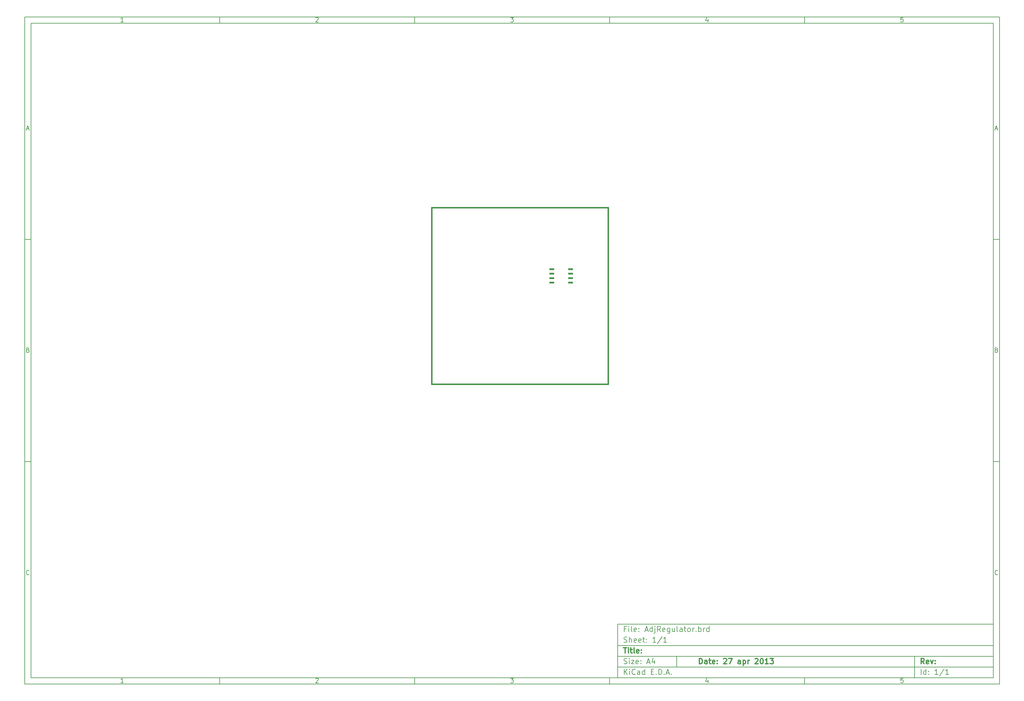
<source format=gbp>
G04 (created by PCBNEW-RS274X (2012-apr-16-27)-stable) date Sat 27 Apr 2013 17:01:59 BST*
G01*
G70*
G90*
%MOIN*%
G04 Gerber Fmt 3.4, Leading zero omitted, Abs format*
%FSLAX34Y34*%
G04 APERTURE LIST*
%ADD10C,0.006000*%
%ADD11C,0.012000*%
%ADD12C,0.015000*%
%ADD13R,0.055100X0.023600*%
G04 APERTURE END LIST*
G54D10*
X04000Y-04000D02*
X113000Y-04000D01*
X113000Y-78670D01*
X04000Y-78670D01*
X04000Y-04000D01*
X04700Y-04700D02*
X112300Y-04700D01*
X112300Y-77970D01*
X04700Y-77970D01*
X04700Y-04700D01*
X25800Y-04000D02*
X25800Y-04700D01*
X15043Y-04552D02*
X14757Y-04552D01*
X14900Y-04552D02*
X14900Y-04052D01*
X14852Y-04124D01*
X14805Y-04171D01*
X14757Y-04195D01*
X25800Y-78670D02*
X25800Y-77970D01*
X15043Y-78522D02*
X14757Y-78522D01*
X14900Y-78522D02*
X14900Y-78022D01*
X14852Y-78094D01*
X14805Y-78141D01*
X14757Y-78165D01*
X47600Y-04000D02*
X47600Y-04700D01*
X36557Y-04100D02*
X36581Y-04076D01*
X36629Y-04052D01*
X36748Y-04052D01*
X36795Y-04076D01*
X36819Y-04100D01*
X36843Y-04148D01*
X36843Y-04195D01*
X36819Y-04267D01*
X36533Y-04552D01*
X36843Y-04552D01*
X47600Y-78670D02*
X47600Y-77970D01*
X36557Y-78070D02*
X36581Y-78046D01*
X36629Y-78022D01*
X36748Y-78022D01*
X36795Y-78046D01*
X36819Y-78070D01*
X36843Y-78118D01*
X36843Y-78165D01*
X36819Y-78237D01*
X36533Y-78522D01*
X36843Y-78522D01*
X69400Y-04000D02*
X69400Y-04700D01*
X58333Y-04052D02*
X58643Y-04052D01*
X58476Y-04243D01*
X58548Y-04243D01*
X58595Y-04267D01*
X58619Y-04290D01*
X58643Y-04338D01*
X58643Y-04457D01*
X58619Y-04505D01*
X58595Y-04529D01*
X58548Y-04552D01*
X58405Y-04552D01*
X58357Y-04529D01*
X58333Y-04505D01*
X69400Y-78670D02*
X69400Y-77970D01*
X58333Y-78022D02*
X58643Y-78022D01*
X58476Y-78213D01*
X58548Y-78213D01*
X58595Y-78237D01*
X58619Y-78260D01*
X58643Y-78308D01*
X58643Y-78427D01*
X58619Y-78475D01*
X58595Y-78499D01*
X58548Y-78522D01*
X58405Y-78522D01*
X58357Y-78499D01*
X58333Y-78475D01*
X91200Y-04000D02*
X91200Y-04700D01*
X80395Y-04219D02*
X80395Y-04552D01*
X80276Y-04029D02*
X80157Y-04386D01*
X80467Y-04386D01*
X91200Y-78670D02*
X91200Y-77970D01*
X80395Y-78189D02*
X80395Y-78522D01*
X80276Y-77999D02*
X80157Y-78356D01*
X80467Y-78356D01*
X102219Y-04052D02*
X101981Y-04052D01*
X101957Y-04290D01*
X101981Y-04267D01*
X102029Y-04243D01*
X102148Y-04243D01*
X102195Y-04267D01*
X102219Y-04290D01*
X102243Y-04338D01*
X102243Y-04457D01*
X102219Y-04505D01*
X102195Y-04529D01*
X102148Y-04552D01*
X102029Y-04552D01*
X101981Y-04529D01*
X101957Y-04505D01*
X102219Y-78022D02*
X101981Y-78022D01*
X101957Y-78260D01*
X101981Y-78237D01*
X102029Y-78213D01*
X102148Y-78213D01*
X102195Y-78237D01*
X102219Y-78260D01*
X102243Y-78308D01*
X102243Y-78427D01*
X102219Y-78475D01*
X102195Y-78499D01*
X102148Y-78522D01*
X102029Y-78522D01*
X101981Y-78499D01*
X101957Y-78475D01*
X04000Y-28890D02*
X04700Y-28890D01*
X04231Y-16510D02*
X04469Y-16510D01*
X04184Y-16652D02*
X04350Y-16152D01*
X04517Y-16652D01*
X113000Y-28890D02*
X112300Y-28890D01*
X112531Y-16510D02*
X112769Y-16510D01*
X112484Y-16652D02*
X112650Y-16152D01*
X112817Y-16652D01*
X04000Y-53780D02*
X04700Y-53780D01*
X04386Y-41280D02*
X04457Y-41304D01*
X04481Y-41328D01*
X04505Y-41376D01*
X04505Y-41447D01*
X04481Y-41495D01*
X04457Y-41519D01*
X04410Y-41542D01*
X04219Y-41542D01*
X04219Y-41042D01*
X04386Y-41042D01*
X04433Y-41066D01*
X04457Y-41090D01*
X04481Y-41138D01*
X04481Y-41185D01*
X04457Y-41233D01*
X04433Y-41257D01*
X04386Y-41280D01*
X04219Y-41280D01*
X113000Y-53780D02*
X112300Y-53780D01*
X112686Y-41280D02*
X112757Y-41304D01*
X112781Y-41328D01*
X112805Y-41376D01*
X112805Y-41447D01*
X112781Y-41495D01*
X112757Y-41519D01*
X112710Y-41542D01*
X112519Y-41542D01*
X112519Y-41042D01*
X112686Y-41042D01*
X112733Y-41066D01*
X112757Y-41090D01*
X112781Y-41138D01*
X112781Y-41185D01*
X112757Y-41233D01*
X112733Y-41257D01*
X112686Y-41280D01*
X112519Y-41280D01*
X04505Y-66385D02*
X04481Y-66409D01*
X04410Y-66432D01*
X04362Y-66432D01*
X04290Y-66409D01*
X04243Y-66361D01*
X04219Y-66313D01*
X04195Y-66218D01*
X04195Y-66147D01*
X04219Y-66051D01*
X04243Y-66004D01*
X04290Y-65956D01*
X04362Y-65932D01*
X04410Y-65932D01*
X04481Y-65956D01*
X04505Y-65980D01*
X112805Y-66385D02*
X112781Y-66409D01*
X112710Y-66432D01*
X112662Y-66432D01*
X112590Y-66409D01*
X112543Y-66361D01*
X112519Y-66313D01*
X112495Y-66218D01*
X112495Y-66147D01*
X112519Y-66051D01*
X112543Y-66004D01*
X112590Y-65956D01*
X112662Y-65932D01*
X112710Y-65932D01*
X112781Y-65956D01*
X112805Y-65980D01*
G54D11*
X79443Y-76413D02*
X79443Y-75813D01*
X79586Y-75813D01*
X79671Y-75841D01*
X79729Y-75899D01*
X79757Y-75956D01*
X79786Y-76070D01*
X79786Y-76156D01*
X79757Y-76270D01*
X79729Y-76327D01*
X79671Y-76384D01*
X79586Y-76413D01*
X79443Y-76413D01*
X80300Y-76413D02*
X80300Y-76099D01*
X80271Y-76041D01*
X80214Y-76013D01*
X80100Y-76013D01*
X80043Y-76041D01*
X80300Y-76384D02*
X80243Y-76413D01*
X80100Y-76413D01*
X80043Y-76384D01*
X80014Y-76327D01*
X80014Y-76270D01*
X80043Y-76213D01*
X80100Y-76184D01*
X80243Y-76184D01*
X80300Y-76156D01*
X80500Y-76013D02*
X80729Y-76013D01*
X80586Y-75813D02*
X80586Y-76327D01*
X80614Y-76384D01*
X80672Y-76413D01*
X80729Y-76413D01*
X81157Y-76384D02*
X81100Y-76413D01*
X80986Y-76413D01*
X80929Y-76384D01*
X80900Y-76327D01*
X80900Y-76099D01*
X80929Y-76041D01*
X80986Y-76013D01*
X81100Y-76013D01*
X81157Y-76041D01*
X81186Y-76099D01*
X81186Y-76156D01*
X80900Y-76213D01*
X81443Y-76356D02*
X81471Y-76384D01*
X81443Y-76413D01*
X81414Y-76384D01*
X81443Y-76356D01*
X81443Y-76413D01*
X81443Y-76041D02*
X81471Y-76070D01*
X81443Y-76099D01*
X81414Y-76070D01*
X81443Y-76041D01*
X81443Y-76099D01*
X82157Y-75870D02*
X82186Y-75841D01*
X82243Y-75813D01*
X82386Y-75813D01*
X82443Y-75841D01*
X82472Y-75870D01*
X82500Y-75927D01*
X82500Y-75984D01*
X82472Y-76070D01*
X82129Y-76413D01*
X82500Y-76413D01*
X82700Y-75813D02*
X83100Y-75813D01*
X82843Y-76413D01*
X84042Y-76413D02*
X84042Y-76099D01*
X84013Y-76041D01*
X83956Y-76013D01*
X83842Y-76013D01*
X83785Y-76041D01*
X84042Y-76384D02*
X83985Y-76413D01*
X83842Y-76413D01*
X83785Y-76384D01*
X83756Y-76327D01*
X83756Y-76270D01*
X83785Y-76213D01*
X83842Y-76184D01*
X83985Y-76184D01*
X84042Y-76156D01*
X84328Y-76013D02*
X84328Y-76613D01*
X84328Y-76041D02*
X84385Y-76013D01*
X84499Y-76013D01*
X84556Y-76041D01*
X84585Y-76070D01*
X84614Y-76127D01*
X84614Y-76299D01*
X84585Y-76356D01*
X84556Y-76384D01*
X84499Y-76413D01*
X84385Y-76413D01*
X84328Y-76384D01*
X84871Y-76413D02*
X84871Y-76013D01*
X84871Y-76127D02*
X84899Y-76070D01*
X84928Y-76041D01*
X84985Y-76013D01*
X85042Y-76013D01*
X85670Y-75870D02*
X85699Y-75841D01*
X85756Y-75813D01*
X85899Y-75813D01*
X85956Y-75841D01*
X85985Y-75870D01*
X86013Y-75927D01*
X86013Y-75984D01*
X85985Y-76070D01*
X85642Y-76413D01*
X86013Y-76413D01*
X86384Y-75813D02*
X86441Y-75813D01*
X86498Y-75841D01*
X86527Y-75870D01*
X86556Y-75927D01*
X86584Y-76041D01*
X86584Y-76184D01*
X86556Y-76299D01*
X86527Y-76356D01*
X86498Y-76384D01*
X86441Y-76413D01*
X86384Y-76413D01*
X86327Y-76384D01*
X86298Y-76356D01*
X86270Y-76299D01*
X86241Y-76184D01*
X86241Y-76041D01*
X86270Y-75927D01*
X86298Y-75870D01*
X86327Y-75841D01*
X86384Y-75813D01*
X87155Y-76413D02*
X86812Y-76413D01*
X86984Y-76413D02*
X86984Y-75813D01*
X86927Y-75899D01*
X86869Y-75956D01*
X86812Y-75984D01*
X87355Y-75813D02*
X87726Y-75813D01*
X87526Y-76041D01*
X87612Y-76041D01*
X87669Y-76070D01*
X87698Y-76099D01*
X87726Y-76156D01*
X87726Y-76299D01*
X87698Y-76356D01*
X87669Y-76384D01*
X87612Y-76413D01*
X87440Y-76413D01*
X87383Y-76384D01*
X87355Y-76356D01*
G54D10*
X71043Y-77613D02*
X71043Y-77013D01*
X71386Y-77613D02*
X71129Y-77270D01*
X71386Y-77013D02*
X71043Y-77356D01*
X71643Y-77613D02*
X71643Y-77213D01*
X71643Y-77013D02*
X71614Y-77041D01*
X71643Y-77070D01*
X71671Y-77041D01*
X71643Y-77013D01*
X71643Y-77070D01*
X72272Y-77556D02*
X72243Y-77584D01*
X72157Y-77613D01*
X72100Y-77613D01*
X72015Y-77584D01*
X71957Y-77527D01*
X71929Y-77470D01*
X71900Y-77356D01*
X71900Y-77270D01*
X71929Y-77156D01*
X71957Y-77099D01*
X72015Y-77041D01*
X72100Y-77013D01*
X72157Y-77013D01*
X72243Y-77041D01*
X72272Y-77070D01*
X72786Y-77613D02*
X72786Y-77299D01*
X72757Y-77241D01*
X72700Y-77213D01*
X72586Y-77213D01*
X72529Y-77241D01*
X72786Y-77584D02*
X72729Y-77613D01*
X72586Y-77613D01*
X72529Y-77584D01*
X72500Y-77527D01*
X72500Y-77470D01*
X72529Y-77413D01*
X72586Y-77384D01*
X72729Y-77384D01*
X72786Y-77356D01*
X73329Y-77613D02*
X73329Y-77013D01*
X73329Y-77584D02*
X73272Y-77613D01*
X73158Y-77613D01*
X73100Y-77584D01*
X73072Y-77556D01*
X73043Y-77499D01*
X73043Y-77327D01*
X73072Y-77270D01*
X73100Y-77241D01*
X73158Y-77213D01*
X73272Y-77213D01*
X73329Y-77241D01*
X74072Y-77299D02*
X74272Y-77299D01*
X74358Y-77613D02*
X74072Y-77613D01*
X74072Y-77013D01*
X74358Y-77013D01*
X74615Y-77556D02*
X74643Y-77584D01*
X74615Y-77613D01*
X74586Y-77584D01*
X74615Y-77556D01*
X74615Y-77613D01*
X74901Y-77613D02*
X74901Y-77013D01*
X75044Y-77013D01*
X75129Y-77041D01*
X75187Y-77099D01*
X75215Y-77156D01*
X75244Y-77270D01*
X75244Y-77356D01*
X75215Y-77470D01*
X75187Y-77527D01*
X75129Y-77584D01*
X75044Y-77613D01*
X74901Y-77613D01*
X75501Y-77556D02*
X75529Y-77584D01*
X75501Y-77613D01*
X75472Y-77584D01*
X75501Y-77556D01*
X75501Y-77613D01*
X75758Y-77441D02*
X76044Y-77441D01*
X75701Y-77613D02*
X75901Y-77013D01*
X76101Y-77613D01*
X76301Y-77556D02*
X76329Y-77584D01*
X76301Y-77613D01*
X76272Y-77584D01*
X76301Y-77556D01*
X76301Y-77613D01*
G54D11*
X104586Y-76413D02*
X104386Y-76127D01*
X104243Y-76413D02*
X104243Y-75813D01*
X104471Y-75813D01*
X104529Y-75841D01*
X104557Y-75870D01*
X104586Y-75927D01*
X104586Y-76013D01*
X104557Y-76070D01*
X104529Y-76099D01*
X104471Y-76127D01*
X104243Y-76127D01*
X105071Y-76384D02*
X105014Y-76413D01*
X104900Y-76413D01*
X104843Y-76384D01*
X104814Y-76327D01*
X104814Y-76099D01*
X104843Y-76041D01*
X104900Y-76013D01*
X105014Y-76013D01*
X105071Y-76041D01*
X105100Y-76099D01*
X105100Y-76156D01*
X104814Y-76213D01*
X105300Y-76013D02*
X105443Y-76413D01*
X105585Y-76013D01*
X105814Y-76356D02*
X105842Y-76384D01*
X105814Y-76413D01*
X105785Y-76384D01*
X105814Y-76356D01*
X105814Y-76413D01*
X105814Y-76041D02*
X105842Y-76070D01*
X105814Y-76099D01*
X105785Y-76070D01*
X105814Y-76041D01*
X105814Y-76099D01*
G54D10*
X71014Y-76384D02*
X71100Y-76413D01*
X71243Y-76413D01*
X71300Y-76384D01*
X71329Y-76356D01*
X71357Y-76299D01*
X71357Y-76241D01*
X71329Y-76184D01*
X71300Y-76156D01*
X71243Y-76127D01*
X71129Y-76099D01*
X71071Y-76070D01*
X71043Y-76041D01*
X71014Y-75984D01*
X71014Y-75927D01*
X71043Y-75870D01*
X71071Y-75841D01*
X71129Y-75813D01*
X71271Y-75813D01*
X71357Y-75841D01*
X71614Y-76413D02*
X71614Y-76013D01*
X71614Y-75813D02*
X71585Y-75841D01*
X71614Y-75870D01*
X71642Y-75841D01*
X71614Y-75813D01*
X71614Y-75870D01*
X71843Y-76013D02*
X72157Y-76013D01*
X71843Y-76413D01*
X72157Y-76413D01*
X72614Y-76384D02*
X72557Y-76413D01*
X72443Y-76413D01*
X72386Y-76384D01*
X72357Y-76327D01*
X72357Y-76099D01*
X72386Y-76041D01*
X72443Y-76013D01*
X72557Y-76013D01*
X72614Y-76041D01*
X72643Y-76099D01*
X72643Y-76156D01*
X72357Y-76213D01*
X72900Y-76356D02*
X72928Y-76384D01*
X72900Y-76413D01*
X72871Y-76384D01*
X72900Y-76356D01*
X72900Y-76413D01*
X72900Y-76041D02*
X72928Y-76070D01*
X72900Y-76099D01*
X72871Y-76070D01*
X72900Y-76041D01*
X72900Y-76099D01*
X73614Y-76241D02*
X73900Y-76241D01*
X73557Y-76413D02*
X73757Y-75813D01*
X73957Y-76413D01*
X74414Y-76013D02*
X74414Y-76413D01*
X74271Y-75784D02*
X74128Y-76213D01*
X74500Y-76213D01*
X104243Y-77613D02*
X104243Y-77013D01*
X104786Y-77613D02*
X104786Y-77013D01*
X104786Y-77584D02*
X104729Y-77613D01*
X104615Y-77613D01*
X104557Y-77584D01*
X104529Y-77556D01*
X104500Y-77499D01*
X104500Y-77327D01*
X104529Y-77270D01*
X104557Y-77241D01*
X104615Y-77213D01*
X104729Y-77213D01*
X104786Y-77241D01*
X105072Y-77556D02*
X105100Y-77584D01*
X105072Y-77613D01*
X105043Y-77584D01*
X105072Y-77556D01*
X105072Y-77613D01*
X105072Y-77241D02*
X105100Y-77270D01*
X105072Y-77299D01*
X105043Y-77270D01*
X105072Y-77241D01*
X105072Y-77299D01*
X106129Y-77613D02*
X105786Y-77613D01*
X105958Y-77613D02*
X105958Y-77013D01*
X105901Y-77099D01*
X105843Y-77156D01*
X105786Y-77184D01*
X106814Y-76984D02*
X106300Y-77756D01*
X107329Y-77613D02*
X106986Y-77613D01*
X107158Y-77613D02*
X107158Y-77013D01*
X107101Y-77099D01*
X107043Y-77156D01*
X106986Y-77184D01*
G54D11*
X70957Y-74613D02*
X71300Y-74613D01*
X71129Y-75213D02*
X71129Y-74613D01*
X71500Y-75213D02*
X71500Y-74813D01*
X71500Y-74613D02*
X71471Y-74641D01*
X71500Y-74670D01*
X71528Y-74641D01*
X71500Y-74613D01*
X71500Y-74670D01*
X71700Y-74813D02*
X71929Y-74813D01*
X71786Y-74613D02*
X71786Y-75127D01*
X71814Y-75184D01*
X71872Y-75213D01*
X71929Y-75213D01*
X72215Y-75213D02*
X72157Y-75184D01*
X72129Y-75127D01*
X72129Y-74613D01*
X72671Y-75184D02*
X72614Y-75213D01*
X72500Y-75213D01*
X72443Y-75184D01*
X72414Y-75127D01*
X72414Y-74899D01*
X72443Y-74841D01*
X72500Y-74813D01*
X72614Y-74813D01*
X72671Y-74841D01*
X72700Y-74899D01*
X72700Y-74956D01*
X72414Y-75013D01*
X72957Y-75156D02*
X72985Y-75184D01*
X72957Y-75213D01*
X72928Y-75184D01*
X72957Y-75156D01*
X72957Y-75213D01*
X72957Y-74841D02*
X72985Y-74870D01*
X72957Y-74899D01*
X72928Y-74870D01*
X72957Y-74841D01*
X72957Y-74899D01*
G54D10*
X71243Y-72499D02*
X71043Y-72499D01*
X71043Y-72813D02*
X71043Y-72213D01*
X71329Y-72213D01*
X71557Y-72813D02*
X71557Y-72413D01*
X71557Y-72213D02*
X71528Y-72241D01*
X71557Y-72270D01*
X71585Y-72241D01*
X71557Y-72213D01*
X71557Y-72270D01*
X71929Y-72813D02*
X71871Y-72784D01*
X71843Y-72727D01*
X71843Y-72213D01*
X72385Y-72784D02*
X72328Y-72813D01*
X72214Y-72813D01*
X72157Y-72784D01*
X72128Y-72727D01*
X72128Y-72499D01*
X72157Y-72441D01*
X72214Y-72413D01*
X72328Y-72413D01*
X72385Y-72441D01*
X72414Y-72499D01*
X72414Y-72556D01*
X72128Y-72613D01*
X72671Y-72756D02*
X72699Y-72784D01*
X72671Y-72813D01*
X72642Y-72784D01*
X72671Y-72756D01*
X72671Y-72813D01*
X72671Y-72441D02*
X72699Y-72470D01*
X72671Y-72499D01*
X72642Y-72470D01*
X72671Y-72441D01*
X72671Y-72499D01*
X73385Y-72641D02*
X73671Y-72641D01*
X73328Y-72813D02*
X73528Y-72213D01*
X73728Y-72813D01*
X74185Y-72813D02*
X74185Y-72213D01*
X74185Y-72784D02*
X74128Y-72813D01*
X74014Y-72813D01*
X73956Y-72784D01*
X73928Y-72756D01*
X73899Y-72699D01*
X73899Y-72527D01*
X73928Y-72470D01*
X73956Y-72441D01*
X74014Y-72413D01*
X74128Y-72413D01*
X74185Y-72441D01*
X74471Y-72413D02*
X74471Y-72927D01*
X74442Y-72984D01*
X74385Y-73013D01*
X74357Y-73013D01*
X74471Y-72213D02*
X74442Y-72241D01*
X74471Y-72270D01*
X74499Y-72241D01*
X74471Y-72213D01*
X74471Y-72270D01*
X75100Y-72813D02*
X74900Y-72527D01*
X74757Y-72813D02*
X74757Y-72213D01*
X74985Y-72213D01*
X75043Y-72241D01*
X75071Y-72270D01*
X75100Y-72327D01*
X75100Y-72413D01*
X75071Y-72470D01*
X75043Y-72499D01*
X74985Y-72527D01*
X74757Y-72527D01*
X75585Y-72784D02*
X75528Y-72813D01*
X75414Y-72813D01*
X75357Y-72784D01*
X75328Y-72727D01*
X75328Y-72499D01*
X75357Y-72441D01*
X75414Y-72413D01*
X75528Y-72413D01*
X75585Y-72441D01*
X75614Y-72499D01*
X75614Y-72556D01*
X75328Y-72613D01*
X76128Y-72413D02*
X76128Y-72899D01*
X76099Y-72956D01*
X76071Y-72984D01*
X76014Y-73013D01*
X75928Y-73013D01*
X75871Y-72984D01*
X76128Y-72784D02*
X76071Y-72813D01*
X75957Y-72813D01*
X75899Y-72784D01*
X75871Y-72756D01*
X75842Y-72699D01*
X75842Y-72527D01*
X75871Y-72470D01*
X75899Y-72441D01*
X75957Y-72413D01*
X76071Y-72413D01*
X76128Y-72441D01*
X76671Y-72413D02*
X76671Y-72813D01*
X76414Y-72413D02*
X76414Y-72727D01*
X76442Y-72784D01*
X76500Y-72813D01*
X76585Y-72813D01*
X76642Y-72784D01*
X76671Y-72756D01*
X77043Y-72813D02*
X76985Y-72784D01*
X76957Y-72727D01*
X76957Y-72213D01*
X77528Y-72813D02*
X77528Y-72499D01*
X77499Y-72441D01*
X77442Y-72413D01*
X77328Y-72413D01*
X77271Y-72441D01*
X77528Y-72784D02*
X77471Y-72813D01*
X77328Y-72813D01*
X77271Y-72784D01*
X77242Y-72727D01*
X77242Y-72670D01*
X77271Y-72613D01*
X77328Y-72584D01*
X77471Y-72584D01*
X77528Y-72556D01*
X77728Y-72413D02*
X77957Y-72413D01*
X77814Y-72213D02*
X77814Y-72727D01*
X77842Y-72784D01*
X77900Y-72813D01*
X77957Y-72813D01*
X78243Y-72813D02*
X78185Y-72784D01*
X78157Y-72756D01*
X78128Y-72699D01*
X78128Y-72527D01*
X78157Y-72470D01*
X78185Y-72441D01*
X78243Y-72413D01*
X78328Y-72413D01*
X78385Y-72441D01*
X78414Y-72470D01*
X78443Y-72527D01*
X78443Y-72699D01*
X78414Y-72756D01*
X78385Y-72784D01*
X78328Y-72813D01*
X78243Y-72813D01*
X78700Y-72813D02*
X78700Y-72413D01*
X78700Y-72527D02*
X78728Y-72470D01*
X78757Y-72441D01*
X78814Y-72413D01*
X78871Y-72413D01*
X79071Y-72756D02*
X79099Y-72784D01*
X79071Y-72813D01*
X79042Y-72784D01*
X79071Y-72756D01*
X79071Y-72813D01*
X79357Y-72813D02*
X79357Y-72213D01*
X79357Y-72441D02*
X79414Y-72413D01*
X79528Y-72413D01*
X79585Y-72441D01*
X79614Y-72470D01*
X79643Y-72527D01*
X79643Y-72699D01*
X79614Y-72756D01*
X79585Y-72784D01*
X79528Y-72813D01*
X79414Y-72813D01*
X79357Y-72784D01*
X79900Y-72813D02*
X79900Y-72413D01*
X79900Y-72527D02*
X79928Y-72470D01*
X79957Y-72441D01*
X80014Y-72413D01*
X80071Y-72413D01*
X80528Y-72813D02*
X80528Y-72213D01*
X80528Y-72784D02*
X80471Y-72813D01*
X80357Y-72813D01*
X80299Y-72784D01*
X80271Y-72756D01*
X80242Y-72699D01*
X80242Y-72527D01*
X80271Y-72470D01*
X80299Y-72441D01*
X80357Y-72413D01*
X80471Y-72413D01*
X80528Y-72441D01*
X71014Y-73984D02*
X71100Y-74013D01*
X71243Y-74013D01*
X71300Y-73984D01*
X71329Y-73956D01*
X71357Y-73899D01*
X71357Y-73841D01*
X71329Y-73784D01*
X71300Y-73756D01*
X71243Y-73727D01*
X71129Y-73699D01*
X71071Y-73670D01*
X71043Y-73641D01*
X71014Y-73584D01*
X71014Y-73527D01*
X71043Y-73470D01*
X71071Y-73441D01*
X71129Y-73413D01*
X71271Y-73413D01*
X71357Y-73441D01*
X71614Y-74013D02*
X71614Y-73413D01*
X71871Y-74013D02*
X71871Y-73699D01*
X71842Y-73641D01*
X71785Y-73613D01*
X71700Y-73613D01*
X71642Y-73641D01*
X71614Y-73670D01*
X72385Y-73984D02*
X72328Y-74013D01*
X72214Y-74013D01*
X72157Y-73984D01*
X72128Y-73927D01*
X72128Y-73699D01*
X72157Y-73641D01*
X72214Y-73613D01*
X72328Y-73613D01*
X72385Y-73641D01*
X72414Y-73699D01*
X72414Y-73756D01*
X72128Y-73813D01*
X72899Y-73984D02*
X72842Y-74013D01*
X72728Y-74013D01*
X72671Y-73984D01*
X72642Y-73927D01*
X72642Y-73699D01*
X72671Y-73641D01*
X72728Y-73613D01*
X72842Y-73613D01*
X72899Y-73641D01*
X72928Y-73699D01*
X72928Y-73756D01*
X72642Y-73813D01*
X73099Y-73613D02*
X73328Y-73613D01*
X73185Y-73413D02*
X73185Y-73927D01*
X73213Y-73984D01*
X73271Y-74013D01*
X73328Y-74013D01*
X73528Y-73956D02*
X73556Y-73984D01*
X73528Y-74013D01*
X73499Y-73984D01*
X73528Y-73956D01*
X73528Y-74013D01*
X73528Y-73641D02*
X73556Y-73670D01*
X73528Y-73699D01*
X73499Y-73670D01*
X73528Y-73641D01*
X73528Y-73699D01*
X74585Y-74013D02*
X74242Y-74013D01*
X74414Y-74013D02*
X74414Y-73413D01*
X74357Y-73499D01*
X74299Y-73556D01*
X74242Y-73584D01*
X75270Y-73384D02*
X74756Y-74156D01*
X75785Y-74013D02*
X75442Y-74013D01*
X75614Y-74013D02*
X75614Y-73413D01*
X75557Y-73499D01*
X75499Y-73556D01*
X75442Y-73584D01*
X70300Y-71970D02*
X70300Y-77970D01*
X70300Y-71970D02*
X112300Y-71970D01*
X70300Y-71970D02*
X112300Y-71970D01*
X70300Y-74370D02*
X112300Y-74370D01*
X103500Y-75570D02*
X103500Y-77970D01*
X70300Y-76770D02*
X112300Y-76770D01*
X70300Y-75570D02*
X112300Y-75570D01*
X76900Y-75570D02*
X76900Y-76770D01*
G54D12*
X49500Y-25350D02*
X69250Y-25350D01*
X69250Y-45100D02*
X69250Y-25350D01*
X49500Y-45100D02*
X49500Y-25415D01*
X49500Y-45100D02*
X69185Y-45100D01*
G54D13*
X62950Y-32250D03*
X65050Y-32250D03*
X62950Y-32750D03*
X62950Y-33250D03*
X62950Y-33750D03*
X65050Y-32750D03*
X65050Y-33250D03*
X65050Y-33750D03*
M02*

</source>
